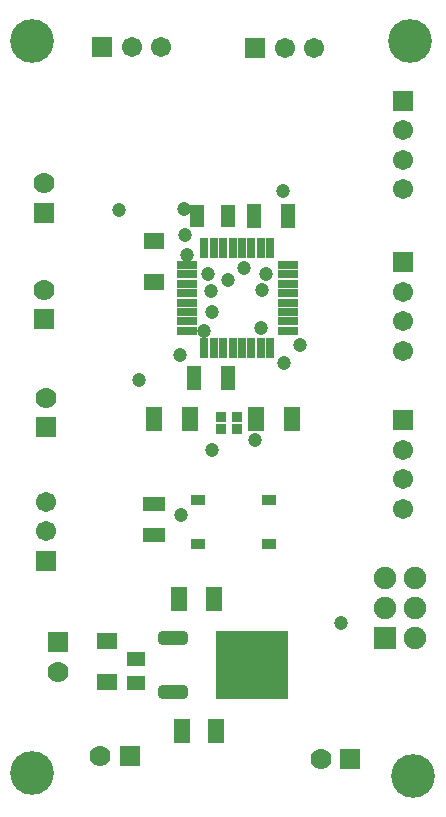
<source format=gts>
G04*
G04 #@! TF.GenerationSoftware,Altium Limited,Altium Designer,24.1.2 (44)*
G04*
G04 Layer_Color=8388736*
%FSLAX44Y44*%
%MOMM*%
G71*
G04*
G04 #@! TF.SameCoordinates,8B991FCA-0915-420C-AD92-161D74BCA782*
G04*
G04*
G04 #@! TF.FilePolarity,Negative*
G04*
G01*
G75*
%ADD27R,1.7032X1.4532*%
%ADD28R,1.5032X1.3032*%
%ADD29R,6.0632X5.7732*%
G04:AMPARAMS|DCode=30|XSize=2.5332mm|YSize=1.1832mm|CornerRadius=0.3466mm|HoleSize=0mm|Usage=FLASHONLY|Rotation=0.000|XOffset=0mm|YOffset=0mm|HoleType=Round|Shape=RoundedRectangle|*
%AMROUNDEDRECTD30*
21,1,2.5332,0.4900,0,0,0.0*
21,1,1.8400,1.1832,0,0,0.0*
1,1,0.6932,0.9200,-0.2450*
1,1,0.6932,-0.9200,-0.2450*
1,1,0.6932,-0.9200,0.2450*
1,1,0.6932,0.9200,0.2450*
%
%ADD30ROUNDEDRECTD30*%
%ADD31R,0.9532X0.8532*%
%ADD32R,1.3532X2.0032*%
%ADD33R,1.9032X1.3032*%
%ADD34R,1.4132X2.0232*%
%ADD35R,1.2032X0.9532*%
%ADD36R,0.8032X1.7032*%
%ADD37R,1.7032X0.8032*%
%ADD38R,1.2232X2.0232*%
%ADD39R,1.3032X1.9032*%
%ADD40R,1.7782X1.7782*%
%ADD41C,1.7782*%
%ADD42R,1.7782X1.7782*%
%ADD43C,1.9132*%
%ADD44R,1.9132X1.9132*%
%ADD45R,1.7112X1.7112*%
%ADD46C,1.7112*%
%ADD47C,3.7032*%
%ADD48R,1.7112X1.7112*%
%ADD49C,1.2032*%
D27*
X118110Y269770D02*
D03*
Y304270D02*
D03*
X157480Y608350D02*
D03*
Y642850D02*
D03*
D28*
X142240Y289560D02*
D03*
Y268560D02*
D03*
D29*
X240600Y284480D02*
D03*
D30*
X173500Y261680D02*
D03*
Y307280D02*
D03*
D31*
X214480Y493950D02*
D03*
X227480D02*
D03*
Y483950D02*
D03*
X214480D02*
D03*
D32*
X274080Y492760D02*
D03*
X244080D02*
D03*
X157720D02*
D03*
X187720D02*
D03*
X178280Y340360D02*
D03*
X208280D02*
D03*
D33*
X157480Y420670D02*
D03*
Y394670D02*
D03*
D34*
X181080Y228600D02*
D03*
X210080D02*
D03*
D35*
X254790Y386380D02*
D03*
X194790D02*
D03*
X254790Y423880D02*
D03*
X194790D02*
D03*
D36*
X200030Y552540D02*
D03*
X208030D02*
D03*
X216030D02*
D03*
X224030D02*
D03*
X232030D02*
D03*
X240030D02*
D03*
X248030D02*
D03*
X256030D02*
D03*
Y637540D02*
D03*
X248030D02*
D03*
X240030D02*
D03*
X232030D02*
D03*
X224030D02*
D03*
X216030D02*
D03*
X208030D02*
D03*
X200030D02*
D03*
D37*
X270530Y567040D02*
D03*
Y575040D02*
D03*
Y583040D02*
D03*
Y591040D02*
D03*
Y599040D02*
D03*
Y607040D02*
D03*
Y615040D02*
D03*
Y623040D02*
D03*
X185530D02*
D03*
Y615040D02*
D03*
Y607040D02*
D03*
Y599040D02*
D03*
Y591040D02*
D03*
Y583040D02*
D03*
Y575040D02*
D03*
Y567040D02*
D03*
D38*
X191740Y527050D02*
D03*
X219740D02*
D03*
X242540Y664210D02*
D03*
X270540D02*
D03*
D39*
X194010D02*
D03*
X220010D02*
D03*
D40*
X137160Y207010D02*
D03*
X323850Y204470D02*
D03*
D41*
X112160Y207010D02*
D03*
X76200Y278530D02*
D03*
X64600Y601780D02*
D03*
X298850Y204470D02*
D03*
X64770Y692150D02*
D03*
X65870Y510340D02*
D03*
D42*
X76200Y303530D02*
D03*
X64600Y576780D02*
D03*
X64770Y667150D02*
D03*
X65870Y485340D02*
D03*
D43*
X378460Y358140D02*
D03*
X353060D02*
D03*
X378460Y332740D02*
D03*
X353060D02*
D03*
X378460Y307340D02*
D03*
D44*
X353060D02*
D03*
D45*
X113830Y807720D02*
D03*
X243370Y806450D02*
D03*
D46*
X138830Y807720D02*
D03*
X163830D02*
D03*
X368300Y737000D02*
D03*
Y687000D02*
D03*
Y712000D02*
D03*
X293370Y806450D02*
D03*
X268370D02*
D03*
X368300Y441490D02*
D03*
Y416490D02*
D03*
Y466490D02*
D03*
X65870Y422510D02*
D03*
Y397510D02*
D03*
X368300Y575310D02*
D03*
Y550310D02*
D03*
Y600310D02*
D03*
D47*
X377190Y190500D02*
D03*
X54610Y193040D02*
D03*
X374650Y812800D02*
D03*
X54610D02*
D03*
D48*
X368300Y762000D02*
D03*
Y491490D02*
D03*
X65870Y372510D02*
D03*
X368300Y625310D02*
D03*
D49*
X183456Y648394D02*
D03*
X207010Y466090D02*
D03*
X144780Y525780D02*
D03*
X243158Y474472D02*
D03*
X205740Y600710D02*
D03*
X220020Y609910D02*
D03*
X203068Y614860D02*
D03*
X233356Y620706D02*
D03*
X248332Y569850D02*
D03*
X180340Y411480D02*
D03*
X128270Y669290D02*
D03*
X200062Y566955D02*
D03*
X316230Y320040D02*
D03*
X266700Y685800D02*
D03*
X248810Y601997D02*
D03*
X252250Y615160D02*
D03*
X267970Y539750D02*
D03*
X207010Y582930D02*
D03*
X185420Y631190D02*
D03*
X182626Y670052D02*
D03*
X281432Y555498D02*
D03*
X179324Y546862D02*
D03*
M02*

</source>
